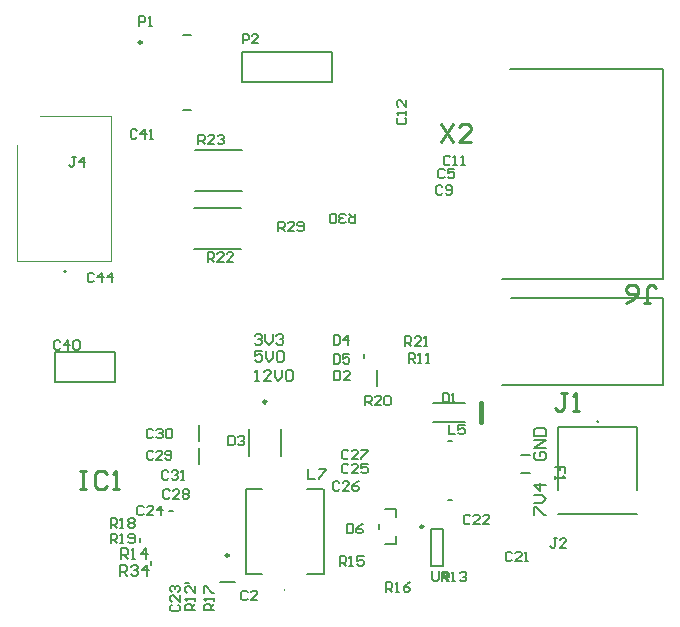
<source format=gto>
G04*
G04 #@! TF.GenerationSoftware,Altium Limited,Altium Designer,21.5.1 (32)*
G04*
G04 Layer_Color=65535*
%FSLAX25Y25*%
%MOIN*%
G70*
G04*
G04 #@! TF.SameCoordinates,9DB8949B-C02E-4DCA-B792-844CB0D99077*
G04*
G04*
G04 #@! TF.FilePolarity,Positive*
G04*
G01*
G75*
%ADD10C,0.00984*%
%ADD11C,0.00787*%
%ADD12C,0.00600*%
%ADD13C,0.00394*%
%ADD14C,0.01575*%
%ADD15C,0.00800*%
%ADD16C,0.00500*%
%ADD17C,0.01000*%
D10*
X315492Y78545D02*
G03*
X315492Y78545I-492J0D01*
G01*
X302972Y27310D02*
G03*
X302972Y27310I-492J0D01*
G01*
X367819Y36959D02*
G03*
X367819Y36959I-492J0D01*
G01*
X273986Y198268D02*
G03*
X273986Y198268I-492J0D01*
G01*
D11*
X321701Y15795D02*
G03*
X321701Y15795I-169J0D01*
G01*
X426305Y71870D02*
G03*
X426305Y71870I-290J0D01*
G01*
X248787Y121939D02*
G03*
X248000Y121939I-394J0D01*
G01*
D02*
G03*
X248787Y121939I394J0D01*
G01*
X309685Y60533D02*
Y69391D01*
X320315Y60533D02*
Y69391D01*
X308591Y21236D02*
Y49583D01*
X334772Y21236D02*
Y49583D01*
X308591Y21236D02*
X314130D01*
X308591Y49583D02*
X314130D01*
X329232Y21236D02*
X334551D01*
X329232Y49583D02*
X334551D01*
X292937Y57941D02*
Y63059D01*
X412910Y41209D02*
X439090D01*
X412910Y70224D02*
X439090D01*
Y49134D02*
Y70224D01*
X412910Y49134D02*
Y70224D01*
X394156Y119366D02*
X447660D01*
Y189405D01*
X396912D02*
X447660D01*
X400303Y54782D02*
X403453D01*
X400303Y60688D02*
X403453D01*
X348013Y93192D02*
Y94373D01*
X277205Y24256D02*
Y25437D01*
X299921Y18457D02*
X305039D01*
X283110Y42073D02*
X284291D01*
X245000Y85000D02*
X265000D01*
Y95000D01*
X245000D02*
X265000D01*
X245000Y85000D02*
Y95000D01*
X396980Y113008D02*
X447728D01*
Y83992D02*
Y113008D01*
X394224Y83992D02*
X447728D01*
X371065Y78051D02*
X381695D01*
X371065Y71949D02*
X381695D01*
X288504Y18063D02*
X289685D01*
X352344Y83940D02*
Y89058D01*
X292980Y65618D02*
Y70737D01*
X273257Y31837D02*
Y33018D01*
X370378Y36073D02*
X374315D01*
X370378Y23868D02*
X374315D01*
X370378D02*
Y36073D01*
X374315Y23868D02*
Y36073D01*
X307556Y195190D02*
X337556D01*
X307556Y185190D02*
Y195190D01*
Y185190D02*
X337556D01*
Y195190D01*
X287822Y200768D02*
X290504D01*
X287822Y175768D02*
X290504D01*
X376087Y45658D02*
X377268D01*
X376087Y65342D02*
X377268D01*
X353117Y36270D02*
Y37648D01*
X355184Y31054D02*
X358629D01*
Y40010D02*
Y42865D01*
Y31054D02*
Y33908D01*
X355184Y42865D02*
X358629D01*
D12*
X291667Y162507D02*
X307356D01*
X291667Y148908D02*
X307356D01*
X291448Y143215D02*
X307137D01*
X291448Y129617D02*
X307137D01*
X311606Y100507D02*
X312206Y101107D01*
X313405D01*
X314005Y100507D01*
Y99907D01*
X313405Y99307D01*
X312806D01*
X313405D01*
X314005Y98707D01*
Y98107D01*
X313405Y97508D01*
X312206D01*
X311606Y98107D01*
X315205Y101107D02*
Y98707D01*
X316405Y97508D01*
X317604Y98707D01*
Y101107D01*
X318804Y100507D02*
X319404Y101107D01*
X320603D01*
X321203Y100507D01*
Y99907D01*
X320603Y99307D01*
X320003D01*
X320603D01*
X321203Y98707D01*
Y98107D01*
X320603Y97508D01*
X319404D01*
X318804Y98107D01*
X314160Y95557D02*
X311761D01*
Y93758D01*
X312960Y94358D01*
X313560D01*
X314160Y93758D01*
Y92558D01*
X313560Y91958D01*
X312360D01*
X311761Y92558D01*
X315359Y95557D02*
Y93158D01*
X316559Y91958D01*
X317759Y93158D01*
Y95557D01*
X318958Y94957D02*
X319558Y95557D01*
X320758D01*
X321357Y94957D01*
Y92558D01*
X320758Y91958D01*
X319558D01*
X318958Y92558D01*
Y94957D01*
X311761Y85604D02*
X312960D01*
X312360D01*
Y89203D01*
X311761Y88603D01*
X317159Y85604D02*
X314760D01*
X317159Y88003D01*
Y88603D01*
X316559Y89203D01*
X315359D01*
X314760Y88603D01*
X318358Y89203D02*
Y86804D01*
X319558Y85604D01*
X320758Y86804D01*
Y89203D01*
X321957Y88603D02*
X322557Y89203D01*
X323757D01*
X324357Y88603D01*
Y86204D01*
X323757Y85604D01*
X322557D01*
X321957Y86204D01*
Y88603D01*
X266737Y20594D02*
Y24193D01*
X268536D01*
X269136Y23593D01*
Y22394D01*
X268536Y21794D01*
X266737D01*
X267936D02*
X269136Y20594D01*
X270336Y23593D02*
X270936Y24193D01*
X272135D01*
X272735Y23593D01*
Y22994D01*
X272135Y22394D01*
X271535D01*
X272135D01*
X272735Y21794D01*
Y21194D01*
X272135Y20594D01*
X270936D01*
X270336Y21194D01*
X275734Y20594D02*
Y24193D01*
X273935Y22394D01*
X276334D01*
X329501Y56267D02*
Y52668D01*
X331900D01*
X333100Y56267D02*
X335499D01*
Y55667D01*
X333100Y53268D01*
Y52668D01*
X414981Y54782D02*
Y56915D01*
X413382D01*
Y55849D01*
Y56915D01*
X411782D01*
Y53716D02*
Y52650D01*
Y53183D01*
X414981D01*
X414448Y53716D01*
X359556Y173183D02*
X359023Y172649D01*
Y171583D01*
X359556Y171050D01*
X361689D01*
X362222Y171583D01*
Y172649D01*
X361689Y173183D01*
X362222Y174249D02*
Y175315D01*
Y174782D01*
X359023D01*
X359556Y174249D01*
X362222Y179047D02*
Y176915D01*
X360089Y179047D01*
X359556D01*
X359023Y178514D01*
Y177448D01*
X359556Y176915D01*
X345212Y141282D02*
Y138083D01*
X343613D01*
X343079Y138616D01*
Y139682D01*
X343613Y140215D01*
X345212D01*
X344146D02*
X343079Y141282D01*
X342013Y138616D02*
X341480Y138083D01*
X340414D01*
X339880Y138616D01*
Y139149D01*
X340414Y139682D01*
X340947D01*
X340414D01*
X339880Y140215D01*
Y140748D01*
X340414Y141282D01*
X341480D01*
X342013Y140748D01*
X338814Y138616D02*
X338281Y138083D01*
X337215D01*
X336682Y138616D01*
Y140748D01*
X337215Y141282D01*
X338281D01*
X338814Y140748D01*
Y138616D01*
X319517Y135410D02*
Y138609D01*
X321116D01*
X321650Y138076D01*
Y137010D01*
X321116Y136477D01*
X319517D01*
X320583D02*
X321650Y135410D01*
X324849D02*
X322716D01*
X324849Y137543D01*
Y138076D01*
X324316Y138609D01*
X323249D01*
X322716Y138076D01*
X325915Y135943D02*
X326448Y135410D01*
X327514D01*
X328048Y135943D01*
Y138076D01*
X327514Y138609D01*
X326448D01*
X325915Y138076D01*
Y137543D01*
X326448Y137010D01*
X328048D01*
X292909Y164400D02*
Y167599D01*
X294509D01*
X295042Y167066D01*
Y166000D01*
X294509Y165467D01*
X292909D01*
X293976D02*
X295042Y164400D01*
X298241D02*
X296108D01*
X298241Y166533D01*
Y167066D01*
X297708Y167599D01*
X296641D01*
X296108Y167066D01*
X299307D02*
X299840Y167599D01*
X300907D01*
X301440Y167066D01*
Y166533D01*
X300907Y166000D01*
X300374D01*
X300907D01*
X301440Y165467D01*
Y164934D01*
X300907Y164400D01*
X299840D01*
X299307Y164934D01*
X342334Y37870D02*
Y34671D01*
X343934D01*
X344467Y35204D01*
Y37336D01*
X343934Y37870D01*
X342334D01*
X347666D02*
X346600Y37336D01*
X345533Y36270D01*
Y35204D01*
X346066Y34671D01*
X347133D01*
X347666Y35204D01*
Y35737D01*
X347133Y36270D01*
X345533D01*
X258066Y121066D02*
X257533Y121599D01*
X256467D01*
X255934Y121066D01*
Y118934D01*
X256467Y118401D01*
X257533D01*
X258066Y118934D01*
X260732Y118401D02*
Y121599D01*
X259133Y120000D01*
X261265D01*
X263931Y118401D02*
Y121599D01*
X262332Y120000D01*
X264464D01*
X298099Y9001D02*
X294900D01*
Y10601D01*
X295434Y11134D01*
X296500D01*
X297033Y10601D01*
Y9001D01*
Y10068D02*
X298099Y11134D01*
Y12200D02*
Y13267D01*
Y12733D01*
X294900D01*
X295434Y12200D01*
X294900Y14866D02*
Y16999D01*
X295434D01*
X297566Y14866D01*
X298099D01*
X295924Y125171D02*
Y128370D01*
X297524D01*
X298057Y127837D01*
Y126771D01*
X297524Y126237D01*
X295924D01*
X296991D02*
X298057Y125171D01*
X301256D02*
X299124D01*
X301256Y127304D01*
Y127837D01*
X300723Y128370D01*
X299657D01*
X299124Y127837D01*
X304455Y125171D02*
X302323D01*
X304455Y127304D01*
Y127837D01*
X303922Y128370D01*
X302856D01*
X302323Y127837D01*
X302834Y67218D02*
Y64019D01*
X304434D01*
X304967Y64552D01*
Y66685D01*
X304434Y67218D01*
X302834D01*
X306033Y66685D02*
X306566Y67218D01*
X307633D01*
X308166Y66685D01*
Y66152D01*
X307633Y65618D01*
X307100D01*
X307633D01*
X308166Y65085D01*
Y64552D01*
X307633Y64019D01*
X306566D01*
X306033Y64552D01*
X338115Y88934D02*
Y85735D01*
X339714D01*
X340248Y86268D01*
Y88401D01*
X339714Y88934D01*
X338115D01*
X343446Y85735D02*
X341314D01*
X343446Y87868D01*
Y88401D01*
X342913Y88934D01*
X341847D01*
X341314Y88401D01*
X412376Y33099D02*
X411310D01*
X411843D01*
Y30434D01*
X411310Y29901D01*
X410777D01*
X410244Y30434D01*
X415575Y29901D02*
X413443D01*
X415575Y32033D01*
Y32566D01*
X415042Y33099D01*
X413976D01*
X413443Y32566D01*
X246867Y98566D02*
X246334Y99099D01*
X245268D01*
X244735Y98566D01*
Y96434D01*
X245268Y95900D01*
X246334D01*
X246867Y96434D01*
X249533Y95900D02*
Y99099D01*
X247934Y97500D01*
X250066D01*
X251133Y98566D02*
X251666Y99099D01*
X252732D01*
X253265Y98566D01*
Y96434D01*
X252732Y95900D01*
X251666D01*
X251133Y96434D01*
Y98566D01*
X362932Y91592D02*
Y94791D01*
X364532D01*
X365065Y94258D01*
Y93192D01*
X364532Y92659D01*
X362932D01*
X363998D02*
X365065Y91592D01*
X366131D02*
X367197D01*
X366664D01*
Y94791D01*
X366131Y94258D01*
X368797Y91592D02*
X369863D01*
X369330D01*
Y94791D01*
X368797Y94258D01*
X251967Y159970D02*
X250901D01*
X251434D01*
Y157304D01*
X250901Y156771D01*
X250367D01*
X249834Y157304D01*
X254633Y156771D02*
Y159970D01*
X253033Y158370D01*
X255166D01*
X337918Y94446D02*
Y91247D01*
X339518D01*
X340051Y91780D01*
Y93913D01*
X339518Y94446D01*
X337918D01*
X343250D02*
X341117D01*
Y92846D01*
X342183Y93380D01*
X342717D01*
X343250Y92846D01*
Y91780D01*
X342717Y91247D01*
X341650D01*
X341117Y91780D01*
X370862Y22069D02*
Y19403D01*
X371395Y18869D01*
X372461D01*
X372994Y19403D01*
Y22069D01*
X375660Y18869D02*
Y22069D01*
X374061Y20469D01*
X376193D01*
X361747Y97097D02*
Y100296D01*
X363347D01*
X363880Y99763D01*
Y98697D01*
X363347Y98164D01*
X361747D01*
X362813D02*
X363880Y97097D01*
X367079D02*
X364946D01*
X367079Y99230D01*
Y99763D01*
X366546Y100296D01*
X365479D01*
X364946Y99763D01*
X368145Y97097D02*
X369211D01*
X368678D01*
Y100296D01*
X368145Y99763D01*
X348467Y77399D02*
Y80598D01*
X350066D01*
X350600Y80065D01*
Y78999D01*
X350066Y78466D01*
X348467D01*
X349533D02*
X350600Y77399D01*
X353799D02*
X351666D01*
X353799Y79532D01*
Y80065D01*
X353265Y80598D01*
X352199D01*
X351666Y80065D01*
X354865D02*
X355398Y80598D01*
X356464D01*
X356998Y80065D01*
Y77933D01*
X356464Y77399D01*
X355398D01*
X354865Y77933D01*
Y80065D01*
X263589Y31419D02*
Y34618D01*
X265189D01*
X265722Y34084D01*
Y33018D01*
X265189Y32485D01*
X263589D01*
X264655D02*
X265722Y31419D01*
X266788D02*
X267854D01*
X267321D01*
Y34618D01*
X266788Y34084D01*
X269454Y31952D02*
X269987Y31419D01*
X271053D01*
X271586Y31952D01*
Y34084D01*
X271053Y34618D01*
X269987D01*
X269454Y34084D01*
Y33551D01*
X269987Y33018D01*
X271586D01*
X263589Y36512D02*
Y39711D01*
X265189D01*
X265722Y39178D01*
Y38112D01*
X265189Y37578D01*
X263589D01*
X264655D02*
X265722Y36512D01*
X266788D02*
X267854D01*
X267321D01*
Y39711D01*
X266788Y39178D01*
X269454D02*
X269987Y39711D01*
X271053D01*
X271586Y39178D01*
Y38645D01*
X271053Y38112D01*
X271586Y37578D01*
Y37045D01*
X271053Y36512D01*
X269987D01*
X269454Y37045D01*
Y37578D01*
X269987Y38112D01*
X269454Y38645D01*
Y39178D01*
X269987Y38112D02*
X271053D01*
X355431Y15110D02*
Y18309D01*
X357030D01*
X357563Y17776D01*
Y16710D01*
X357030Y16176D01*
X355431D01*
X356497D02*
X357563Y15110D01*
X358630D02*
X359696D01*
X359163D01*
Y18309D01*
X358630Y17776D01*
X363428Y18309D02*
X362362Y17776D01*
X361296Y16710D01*
Y15643D01*
X361829Y15110D01*
X362895D01*
X363428Y15643D01*
Y16176D01*
X362895Y16710D01*
X361296D01*
X340001Y23805D02*
Y27004D01*
X341601D01*
X342134Y26471D01*
Y25404D01*
X341601Y24871D01*
X340001D01*
X341068D02*
X342134Y23805D01*
X343200D02*
X344267D01*
X343733D01*
Y27004D01*
X343200Y26471D01*
X347999Y27004D02*
X345866D01*
Y25404D01*
X346932Y25938D01*
X347465D01*
X347999Y25404D01*
Y24338D01*
X347465Y23805D01*
X346399D01*
X345866Y24338D01*
X267037Y26101D02*
Y29700D01*
X268836D01*
X269436Y29100D01*
Y27900D01*
X268836Y27300D01*
X267037D01*
X268236D02*
X269436Y26101D01*
X270636D02*
X271835D01*
X271235D01*
Y29700D01*
X270636Y29100D01*
X275434Y26101D02*
Y29700D01*
X273635Y27900D01*
X276034D01*
X374151Y18687D02*
Y21886D01*
X375750D01*
X376284Y21353D01*
Y20286D01*
X375750Y19753D01*
X374151D01*
X375217D02*
X376284Y18687D01*
X377350D02*
X378416D01*
X377883D01*
Y21886D01*
X377350Y21353D01*
X380016D02*
X380549Y21886D01*
X381615D01*
X382148Y21353D01*
Y20820D01*
X381615Y20286D01*
X381082D01*
X381615D01*
X382148Y19753D01*
Y19220D01*
X381615Y18687D01*
X380549D01*
X380016Y19220D01*
X291777Y9001D02*
X288578D01*
Y10601D01*
X289111Y11134D01*
X290178D01*
X290711Y10601D01*
Y9001D01*
Y10068D02*
X291777Y11134D01*
Y12200D02*
Y13267D01*
Y12733D01*
X288578D01*
X289111Y12200D01*
X291777Y16999D02*
Y14866D01*
X289645Y16999D01*
X289111D01*
X288578Y16465D01*
Y15399D01*
X289111Y14866D01*
X273100Y203900D02*
Y207099D01*
X274699D01*
X275233Y206566D01*
Y205500D01*
X274699Y204966D01*
X273100D01*
X276299Y203900D02*
X277365D01*
X276832D01*
Y207099D01*
X276299Y206566D01*
X376380Y70888D02*
Y67689D01*
X378513D01*
X381712Y70888D02*
X379579D01*
Y69289D01*
X380646Y69822D01*
X381179D01*
X381712Y69289D01*
Y68223D01*
X381179Y67689D01*
X380113D01*
X379579Y68223D01*
X337918Y100647D02*
Y97448D01*
X339518D01*
X340051Y97981D01*
Y100114D01*
X339518Y100647D01*
X337918D01*
X342717Y97448D02*
Y100647D01*
X341117Y99047D01*
X343250D01*
X272400Y168825D02*
X271867Y169359D01*
X270801D01*
X270268Y168825D01*
Y166693D01*
X270801Y166160D01*
X271867D01*
X272400Y166693D01*
X275066Y166160D02*
Y169359D01*
X273467Y167759D01*
X275600D01*
X276666Y166160D02*
X277732D01*
X277199D01*
Y169359D01*
X276666Y168825D01*
X282889Y55287D02*
X282355Y55820D01*
X281289D01*
X280756Y55287D01*
Y53154D01*
X281289Y52621D01*
X282355D01*
X282889Y53154D01*
X283955Y55287D02*
X284488Y55820D01*
X285554D01*
X286088Y55287D01*
Y54754D01*
X285554Y54221D01*
X285021D01*
X285554D01*
X286088Y53688D01*
Y53154D01*
X285554Y52621D01*
X284488D01*
X283955Y53154D01*
X287154Y52621D02*
X288220D01*
X287687D01*
Y55820D01*
X287154Y55287D01*
X277741Y69047D02*
X277208Y69580D01*
X276142D01*
X275608Y69047D01*
Y66914D01*
X276142Y66381D01*
X277208D01*
X277741Y66914D01*
X278807Y69047D02*
X279341Y69580D01*
X280407D01*
X280940Y69047D01*
Y68514D01*
X280407Y67981D01*
X279874D01*
X280407D01*
X280940Y67448D01*
Y66914D01*
X280407Y66381D01*
X279341D01*
X278807Y66914D01*
X282007Y69047D02*
X282540Y69580D01*
X283606D01*
X284139Y69047D01*
Y66914D01*
X283606Y66381D01*
X282540D01*
X282007Y66914D01*
Y69047D01*
X283340Y48812D02*
X282807Y49345D01*
X281740D01*
X281207Y48812D01*
Y46679D01*
X281740Y46146D01*
X282807D01*
X283340Y46679D01*
X286539Y46146D02*
X284406D01*
X286539Y48279D01*
Y48812D01*
X286005Y49345D01*
X284939D01*
X284406Y48812D01*
X287605D02*
X288138Y49345D01*
X289205D01*
X289738Y48812D01*
Y48279D01*
X289205Y47746D01*
X289738Y47213D01*
Y46679D01*
X289205Y46146D01*
X288138D01*
X287605Y46679D01*
Y47213D01*
X288138Y47746D01*
X287605Y48279D01*
Y48812D01*
X288138Y47746D02*
X289205D01*
X342867Y62066D02*
X342334Y62599D01*
X341268D01*
X340735Y62066D01*
Y59934D01*
X341268Y59400D01*
X342334D01*
X342867Y59934D01*
X346066Y59400D02*
X343934D01*
X346066Y61533D01*
Y62066D01*
X345533Y62599D01*
X344467D01*
X343934Y62066D01*
X347133Y62599D02*
X349265D01*
Y62066D01*
X347133Y59934D01*
Y59400D01*
X339867Y51566D02*
X339334Y52100D01*
X338268D01*
X337735Y51566D01*
Y49434D01*
X338268Y48900D01*
X339334D01*
X339867Y49434D01*
X343066Y48900D02*
X340934D01*
X343066Y51033D01*
Y51566D01*
X342533Y52100D01*
X341467D01*
X340934Y51566D01*
X346265Y52100D02*
X345199Y51566D01*
X344133Y50500D01*
Y49434D01*
X344666Y48900D01*
X345732D01*
X346265Y49434D01*
Y49967D01*
X345732Y50500D01*
X344133D01*
X342867Y57404D02*
X342334Y57937D01*
X341268D01*
X340735Y57404D01*
Y55271D01*
X341268Y54738D01*
X342334D01*
X342867Y55271D01*
X346066Y54738D02*
X343934D01*
X346066Y56871D01*
Y57404D01*
X345533Y57937D01*
X344467D01*
X343934Y57404D01*
X349265Y57937D02*
X347133D01*
Y56337D01*
X348199Y56871D01*
X348732D01*
X349265Y56337D01*
Y55271D01*
X348732Y54738D01*
X347666D01*
X347133Y55271D01*
X274668Y43417D02*
X274134Y43951D01*
X273068D01*
X272535Y43417D01*
Y41285D01*
X273068Y40751D01*
X274134D01*
X274668Y41285D01*
X277867Y40751D02*
X275734D01*
X277867Y42884D01*
Y43417D01*
X277333Y43951D01*
X276267D01*
X275734Y43417D01*
X280533Y40751D02*
Y43951D01*
X278933Y42351D01*
X281066D01*
X284028Y10867D02*
X283495Y10334D01*
Y9268D01*
X284028Y8735D01*
X286161D01*
X286694Y9268D01*
Y10334D01*
X286161Y10867D01*
X286694Y14066D02*
Y11934D01*
X284561Y14066D01*
X284028D01*
X283495Y13533D01*
Y12467D01*
X284028Y11934D01*
Y15133D02*
X283495Y15666D01*
Y16732D01*
X284028Y17265D01*
X284561D01*
X285094Y16732D01*
Y16199D01*
Y16732D01*
X285628Y17265D01*
X286161D01*
X286694Y16732D01*
Y15666D01*
X286161Y15133D01*
X383497Y40414D02*
X382964Y40947D01*
X381898D01*
X381365Y40414D01*
Y38281D01*
X381898Y37748D01*
X382964D01*
X383497Y38281D01*
X386696Y37748D02*
X384564D01*
X386696Y39881D01*
Y40414D01*
X386163Y40947D01*
X385097D01*
X384564Y40414D01*
X389895Y37748D02*
X387763D01*
X389895Y39881D01*
Y40414D01*
X389362Y40947D01*
X388296D01*
X387763Y40414D01*
X397400Y28066D02*
X396867Y28600D01*
X395801D01*
X395268Y28066D01*
Y25934D01*
X395801Y25401D01*
X396867D01*
X397400Y25934D01*
X400599Y25401D02*
X398467D01*
X400599Y27533D01*
Y28066D01*
X400066Y28600D01*
X399000D01*
X398467Y28066D01*
X401666Y25401D02*
X402732D01*
X402199D01*
Y28600D01*
X401666Y28066D01*
X376841Y160004D02*
X376308Y160537D01*
X375241D01*
X374708Y160004D01*
Y157871D01*
X375241Y157338D01*
X376308D01*
X376841Y157871D01*
X377907Y157338D02*
X378974D01*
X378440D01*
Y160537D01*
X377907Y160004D01*
X380573Y157338D02*
X381639D01*
X381106D01*
Y160537D01*
X380573Y160004D01*
X374188Y150272D02*
X373655Y150805D01*
X372589D01*
X372055Y150272D01*
Y148140D01*
X372589Y147606D01*
X373655D01*
X374188Y148140D01*
X375254D02*
X375787Y147606D01*
X376854D01*
X377387Y148140D01*
Y150272D01*
X376854Y150805D01*
X375787D01*
X375254Y150272D01*
Y149739D01*
X375787Y149206D01*
X377387D01*
X374959Y155728D02*
X374426Y156261D01*
X373360D01*
X372827Y155728D01*
Y153595D01*
X373360Y153062D01*
X374426D01*
X374959Y153595D01*
X378158Y156261D02*
X376026D01*
Y154661D01*
X377092Y155195D01*
X377625D01*
X378158Y154661D01*
Y153595D01*
X377625Y153062D01*
X376559D01*
X376026Y153595D01*
X309305Y15032D02*
X308772Y15565D01*
X307706D01*
X307173Y15032D01*
Y12900D01*
X307706Y12366D01*
X308772D01*
X309305Y12900D01*
X312504Y12366D02*
X310372D01*
X312504Y14499D01*
Y15032D01*
X311971Y15565D01*
X310905D01*
X310372Y15032D01*
D13*
X232350Y125344D02*
Y164065D01*
Y125344D02*
X263748D01*
Y173730D01*
X240126D02*
X263748D01*
D14*
X387109Y71949D02*
Y78051D01*
D15*
X405368Y61808D02*
X404701Y61142D01*
Y59809D01*
X405368Y59143D01*
X408034D01*
X408700Y59809D01*
Y61142D01*
X408034Y61808D01*
X406701D01*
Y60475D01*
X408700Y63141D02*
X404701D01*
X408700Y65807D01*
X404701D01*
Y67140D02*
X408700D01*
Y69139D01*
X408034Y69806D01*
X405368D01*
X404701Y69139D01*
Y67140D01*
Y40800D02*
Y43466D01*
X405368D01*
X408034Y40800D01*
X408700D01*
X404701Y44799D02*
X407367D01*
X408700Y46132D01*
X407367Y47464D01*
X404701D01*
X408700Y50797D02*
X404701D01*
X406701Y48797D01*
Y51463D01*
D16*
X277874Y61696D02*
X277375Y62196D01*
X276375D01*
X275875Y61696D01*
Y59697D01*
X276375Y59197D01*
X277375D01*
X277874Y59697D01*
X280873Y59197D02*
X278874D01*
X280873Y61197D01*
Y61696D01*
X280374Y62196D01*
X279374D01*
X278874Y61696D01*
X281873Y59697D02*
X282373Y59197D01*
X283373D01*
X283873Y59697D01*
Y61696D01*
X283373Y62196D01*
X282373D01*
X281873Y61696D01*
Y61197D01*
X282373Y60697D01*
X283873D01*
X307700Y198100D02*
Y201099D01*
X309200D01*
X309699Y200599D01*
Y199600D01*
X309200Y199100D01*
X307700D01*
X312698Y198100D02*
X310699D01*
X312698Y200099D01*
Y200599D01*
X312198Y201099D01*
X311199D01*
X310699Y200599D01*
X374381Y81422D02*
Y78423D01*
X375881D01*
X376380Y78922D01*
Y80922D01*
X375881Y81422D01*
X374381D01*
X377380Y78423D02*
X378380D01*
X377880D01*
Y81422D01*
X377380Y80922D01*
D17*
X415599Y81598D02*
X413599D01*
X414599D01*
Y76600D01*
X413599Y75600D01*
X412600D01*
X411600Y76600D01*
X417598Y75600D02*
X419597D01*
X418598D01*
Y81598D01*
X417598Y80598D01*
X373789Y170999D02*
X377788Y165001D01*
Y170999D02*
X373789Y165001D01*
X383786D02*
X379787D01*
X383786Y169000D01*
Y169999D01*
X382786Y170999D01*
X380787D01*
X379787Y169999D01*
X441500Y111501D02*
X443499D01*
X442499D01*
Y116499D01*
X443499Y117499D01*
X444499D01*
X445498Y116499D01*
X435502Y111501D02*
X437501Y112501D01*
X439500Y114500D01*
Y116499D01*
X438501Y117499D01*
X436501D01*
X435502Y116499D01*
Y115500D01*
X436501Y114500D01*
X439500D01*
X253502Y55499D02*
X255502D01*
X254502D01*
Y49501D01*
X253502D01*
X255502D01*
X262499Y54499D02*
X261500Y55499D01*
X259500D01*
X258501Y54499D01*
Y50501D01*
X259500Y49501D01*
X261500D01*
X262499Y50501D01*
X264498Y49501D02*
X266498D01*
X265498D01*
Y55499D01*
X264498Y54499D01*
M02*

</source>
